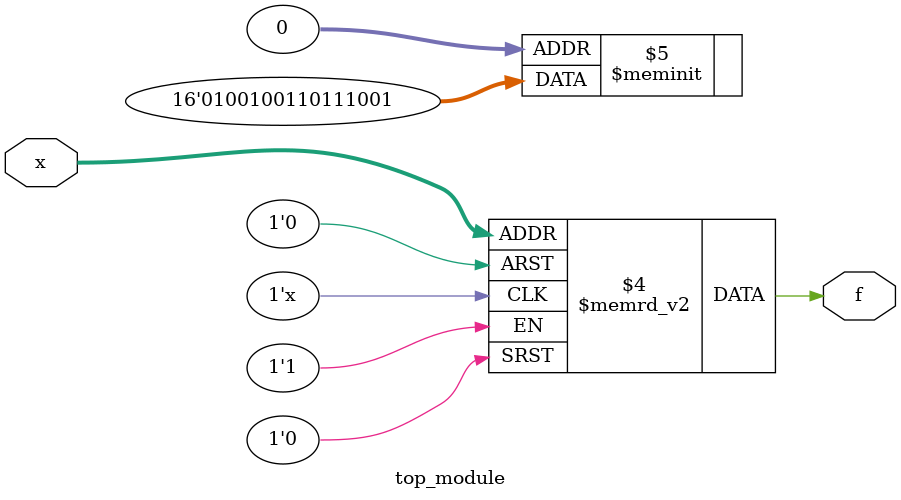
<source format=sv>
module top_module (
	input [4:1] x,
	output logic f
);

logic f;

always_comb
begin
	case(x)
		4'b0000: f = 1;
		4'b0001: f = 0;
		4'b0011: f = 1;
		4'b0100: f = 1;
		4'b0101: f = 1;
		4'b0111: f = 1;
		4'b1000: f = 1;
		4'b1001: f = 0;
		4'b1011: f = 1;
		4'b1100: f = 0;
		4'b1101: f = 0;
		4'b1110: f = 1;
	default: f = 0;
	endcase
end

endmodule

</source>
